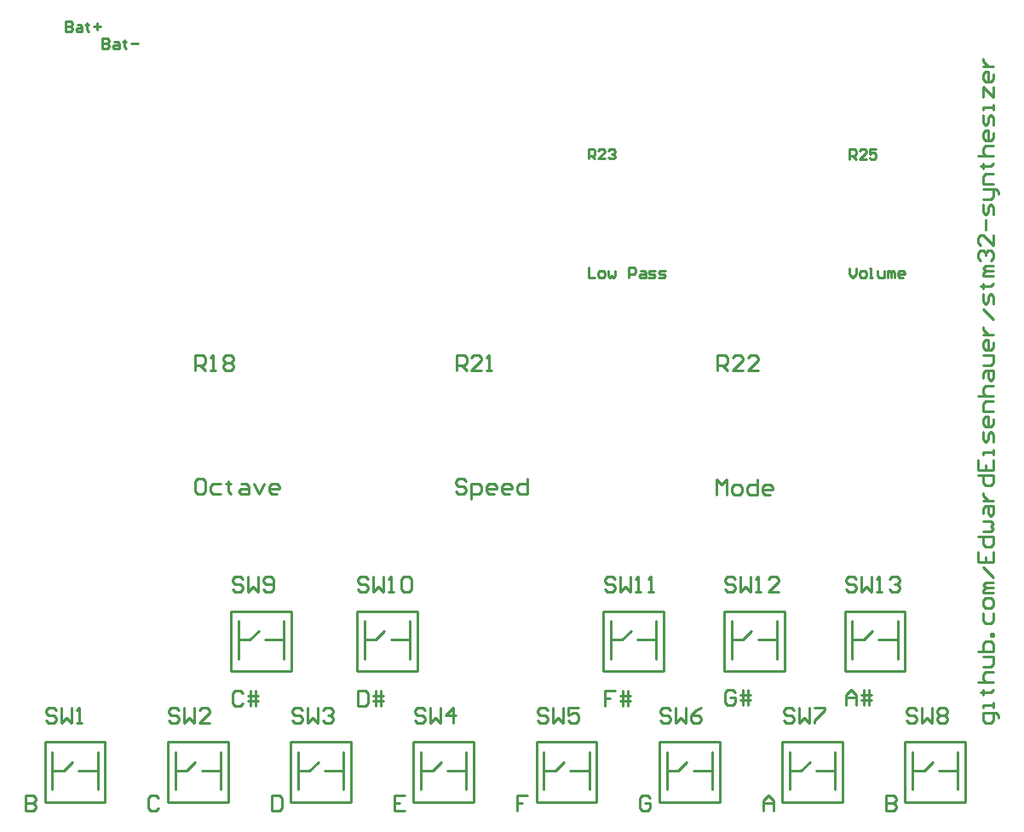
<source format=gto>
G04 Layer_Color=65535*
%FSLAX25Y25*%
%MOIN*%
G70*
G01*
G75*
%ADD10C,0.01000*%
D10*
X563484Y66437D02*
X570866D01*
X557579D02*
X561024Y69882D01*
X553150Y66437D02*
X557579D01*
X570866Y59055D02*
Y73819D01*
X553150Y59055D02*
Y73819D01*
X550197Y77756D02*
X573819D01*
Y54134D02*
Y77756D01*
X550197Y54134D02*
X573819D01*
X550197D02*
Y77756D01*
X539862Y117618D02*
X547244D01*
X533957D02*
X537402Y121063D01*
X529528Y117618D02*
X533957D01*
X547244Y110236D02*
Y125000D01*
X529528Y110236D02*
Y125000D01*
X526575Y128937D02*
X550197D01*
Y105315D02*
Y128937D01*
X526575Y105315D02*
X550197D01*
X526575D02*
Y128937D01*
X515396Y66437D02*
X522778D01*
X509491D02*
X512936Y69882D01*
X505062Y66437D02*
X509491D01*
X522778Y59055D02*
Y73819D01*
X505062Y59055D02*
Y73819D01*
X502109Y77756D02*
X525731D01*
Y54134D02*
Y77756D01*
X502109Y54134D02*
X525731D01*
X502109D02*
Y77756D01*
X492618Y117618D02*
X500000D01*
X486713D02*
X490157Y121063D01*
X482283Y117618D02*
X486713D01*
X500000Y110236D02*
Y125000D01*
X482283Y110236D02*
Y125000D01*
X479331Y128937D02*
X502953D01*
Y105315D02*
Y128937D01*
X479331Y105315D02*
X502953D01*
X479331D02*
Y128937D01*
X467309Y66437D02*
X474691D01*
X461403D02*
X464848Y69882D01*
X456974Y66437D02*
X461403D01*
X474691Y59055D02*
Y73819D01*
X456974Y59055D02*
Y73819D01*
X454021Y77756D02*
X477643D01*
Y54134D02*
Y77756D01*
X454021Y54134D02*
X477643D01*
X454021D02*
Y77756D01*
X445374Y117618D02*
X452756D01*
X439469D02*
X442913Y121063D01*
X435039Y117618D02*
X439469D01*
X452756Y110236D02*
Y125000D01*
X435039Y110236D02*
Y125000D01*
X432087Y128937D02*
X455709D01*
Y105315D02*
Y128937D01*
X432087Y105315D02*
X455709D01*
X432087D02*
Y128937D01*
X419221Y66437D02*
X426603D01*
X413315D02*
X416760Y69882D01*
X408886Y66437D02*
X413315D01*
X426603Y59055D02*
Y73819D01*
X408886Y59055D02*
Y73819D01*
X405934Y77756D02*
X429556D01*
Y54134D02*
Y77756D01*
X405934Y54134D02*
X429556D01*
X405934D02*
Y77756D01*
X371133Y66437D02*
X378515D01*
X365228D02*
X368673Y69882D01*
X360799Y66437D02*
X365228D01*
X378515Y59055D02*
Y73819D01*
X360799Y59055D02*
Y73819D01*
X357846Y77756D02*
X381468D01*
Y54134D02*
Y77756D01*
X357846Y54134D02*
X381468D01*
X357846D02*
Y77756D01*
X348917Y117618D02*
X356299D01*
X343012D02*
X346457Y121063D01*
X338583Y117618D02*
X343012D01*
X356299Y110236D02*
Y125000D01*
X338583Y110236D02*
Y125000D01*
X335630Y128937D02*
X359252D01*
Y105315D02*
Y128937D01*
X335630Y105315D02*
X359252D01*
X335630D02*
Y128937D01*
X323046Y66437D02*
X330427D01*
X317140D02*
X320585Y69882D01*
X312711Y66437D02*
X317140D01*
X330427Y59055D02*
Y73819D01*
X312711Y59055D02*
Y73819D01*
X309758Y77756D02*
X333380D01*
Y54134D02*
Y77756D01*
X309758Y54134D02*
X333380D01*
X309758D02*
Y77756D01*
X299705Y117618D02*
X307087D01*
X293799D02*
X297244Y121063D01*
X289370Y117618D02*
X293799D01*
X307087Y110236D02*
Y125000D01*
X289370Y110236D02*
Y125000D01*
X286417Y128937D02*
X310039D01*
Y105315D02*
Y128937D01*
X286417Y105315D02*
X310039D01*
X286417D02*
Y128937D01*
X274958Y66437D02*
X282340D01*
X269052D02*
X272497Y69882D01*
X264623Y66437D02*
X269052D01*
X282340Y59055D02*
Y73819D01*
X264623Y59055D02*
Y73819D01*
X261670Y77756D02*
X285292D01*
Y54134D02*
Y77756D01*
X261670Y54134D02*
X285292D01*
X261670D02*
Y77756D01*
X226870Y66437D02*
X234252D01*
X220965D02*
X224409Y69882D01*
X216535Y66437D02*
X220965D01*
X234252Y59055D02*
Y73819D01*
X216535Y59055D02*
Y73819D01*
X213583Y77756D02*
X237205D01*
Y54134D02*
Y77756D01*
X213583Y54134D02*
X237205D01*
X213583D02*
Y77756D01*
X275475Y180632D02*
X273476D01*
X272476Y179632D01*
Y175634D01*
X273476Y174634D01*
X275475D01*
X276475Y175634D01*
Y179632D01*
X275475Y180632D01*
X282473Y178633D02*
X279474D01*
X278474Y177633D01*
Y175634D01*
X279474Y174634D01*
X282473D01*
X285472Y179632D02*
Y178633D01*
X284472D01*
X286472D01*
X285472D01*
Y175634D01*
X286472Y174634D01*
X290471Y178633D02*
X292470D01*
X293470Y177633D01*
Y174634D01*
X290471D01*
X289471Y175634D01*
X290471Y176633D01*
X293470D01*
X295469Y178633D02*
X297468Y174634D01*
X299468Y178633D01*
X304466Y174634D02*
X302467D01*
X301467Y175634D01*
Y177633D01*
X302467Y178633D01*
X304466D01*
X305466Y177633D01*
Y176633D01*
X301467D01*
X272453Y223269D02*
Y229267D01*
X275453D01*
X276452Y228267D01*
Y226268D01*
X275453Y225268D01*
X272453D01*
X274453D02*
X276452Y223269D01*
X278452D02*
X280451D01*
X279451D01*
Y229267D01*
X278452Y228267D01*
X283450D02*
X284450Y229267D01*
X286449D01*
X287449Y228267D01*
Y227267D01*
X286449Y226268D01*
X287449Y225268D01*
Y224268D01*
X286449Y223269D01*
X284450D01*
X283450Y224268D01*
Y225268D01*
X284450Y226268D01*
X283450Y227267D01*
Y228267D01*
X284450Y226268D02*
X286449D01*
X378480Y179630D02*
X377480Y180630D01*
X375481D01*
X374481Y179630D01*
Y178630D01*
X375481Y177630D01*
X377480D01*
X378480Y176631D01*
Y175631D01*
X377480Y174632D01*
X375481D01*
X374481Y175631D01*
X380479Y172632D02*
Y178630D01*
X383478D01*
X384478Y177630D01*
Y175631D01*
X383478Y174632D01*
X380479D01*
X389476D02*
X387477D01*
X386477Y175631D01*
Y177630D01*
X387477Y178630D01*
X389476D01*
X390476Y177630D01*
Y176631D01*
X386477D01*
X395474Y174632D02*
X393475D01*
X392475Y175631D01*
Y177630D01*
X393475Y178630D01*
X395474D01*
X396474Y177630D01*
Y176631D01*
X392475D01*
X402472Y180630D02*
Y174632D01*
X399473D01*
X398473Y175631D01*
Y177630D01*
X399473Y178630D01*
X402472D01*
X374560Y223269D02*
Y229267D01*
X377559D01*
X378559Y228267D01*
Y226268D01*
X377559Y225268D01*
X374560D01*
X376559D02*
X378559Y223269D01*
X384557D02*
X380558D01*
X384557Y227267D01*
Y228267D01*
X383557Y229267D01*
X381558D01*
X380558Y228267D01*
X386556Y223269D02*
X388555D01*
X387556D01*
Y229267D01*
X386556Y228267D01*
X476548Y174598D02*
Y180596D01*
X478547Y178596D01*
X480547Y180596D01*
Y174598D01*
X483546D02*
X485545D01*
X486545Y175597D01*
Y177597D01*
X485545Y178596D01*
X483546D01*
X482546Y177597D01*
Y175597D01*
X483546Y174598D01*
X492543Y180596D02*
Y174598D01*
X489544D01*
X488544Y175597D01*
Y177597D01*
X489544Y178596D01*
X492543D01*
X497541Y174598D02*
X495542D01*
X494542Y175597D01*
Y177597D01*
X495542Y178596D01*
X497541D01*
X498541Y177597D01*
Y176597D01*
X494542D01*
X476566Y223269D02*
Y229267D01*
X479565D01*
X480565Y228267D01*
Y226268D01*
X479565Y225268D01*
X476566D01*
X478566D02*
X480565Y223269D01*
X486563D02*
X482564D01*
X486563Y227267D01*
Y228267D01*
X485563Y229267D01*
X483564D01*
X482564Y228267D01*
X492561Y223269D02*
X488562D01*
X492561Y227267D01*
Y228267D01*
X491561Y229267D01*
X489562D01*
X488562Y228267D01*
X206100Y56698D02*
Y50700D01*
X209099D01*
X210099Y51700D01*
Y52699D01*
X209099Y53699D01*
X206100D01*
X209099D01*
X210099Y54699D01*
Y55698D01*
X209099Y56698D01*
X206100D01*
X218099Y90098D02*
X217099Y91098D01*
X215100D01*
X214100Y90098D01*
Y89099D01*
X215100Y88099D01*
X217099D01*
X218099Y87099D01*
Y86100D01*
X217099Y85100D01*
X215100D01*
X214100Y86100D01*
X220098Y91098D02*
Y85100D01*
X222097Y87099D01*
X224097Y85100D01*
Y91098D01*
X226096Y85100D02*
X228096D01*
X227096D01*
Y91098D01*
X226096Y90098D01*
X258216Y55698D02*
X257217Y56698D01*
X255217D01*
X254218Y55698D01*
Y51700D01*
X255217Y50700D01*
X257217D01*
X258216Y51700D01*
X266216Y90098D02*
X265217Y91098D01*
X263217D01*
X262218Y90098D01*
Y89099D01*
X263217Y88099D01*
X265217D01*
X266216Y87099D01*
Y86100D01*
X265217Y85100D01*
X263217D01*
X262218Y86100D01*
X268216Y91098D02*
Y85100D01*
X270215Y87099D01*
X272214Y85100D01*
Y91098D01*
X278212Y85100D02*
X274214D01*
X278212Y89099D01*
Y90098D01*
X277213Y91098D01*
X275214D01*
X274214Y90098D01*
X290936Y96909D02*
X289936Y97909D01*
X287937D01*
X286937Y96909D01*
Y92911D01*
X287937Y91911D01*
X289936D01*
X290936Y92911D01*
X293935Y91911D02*
Y97909D01*
X295934D02*
Y91911D01*
X292935Y95910D02*
X295934D01*
X296934D01*
X292935Y93910D02*
X296934D01*
X290899Y141298D02*
X289899Y142298D01*
X287900D01*
X286900Y141298D01*
Y140299D01*
X287900Y139299D01*
X289899D01*
X290899Y138299D01*
Y137300D01*
X289899Y136300D01*
X287900D01*
X286900Y137300D01*
X292898Y142298D02*
Y136300D01*
X294897Y138299D01*
X296897Y136300D01*
Y142298D01*
X298896Y137300D02*
X299896Y136300D01*
X301895D01*
X302895Y137300D01*
Y141298D01*
X301895Y142298D01*
X299896D01*
X298896Y141298D01*
Y140299D01*
X299896Y139299D01*
X302895D01*
X302235Y56698D02*
Y50700D01*
X305234D01*
X306234Y51700D01*
Y55698D01*
X305234Y56698D01*
X302235D01*
X314299Y90098D02*
X313299Y91098D01*
X311300D01*
X310300Y90098D01*
Y89099D01*
X311300Y88099D01*
X313299D01*
X314299Y87099D01*
Y86100D01*
X313299Y85100D01*
X311300D01*
X310300Y86100D01*
X316298Y91098D02*
Y85100D01*
X318297Y87099D01*
X320297Y85100D01*
Y91098D01*
X322296Y90098D02*
X323296Y91098D01*
X325295D01*
X326295Y90098D01*
Y89099D01*
X325295Y88099D01*
X324295D01*
X325295D01*
X326295Y87099D01*
Y86100D01*
X325295Y85100D01*
X323296D01*
X322296Y86100D01*
X336111Y97909D02*
Y91911D01*
X339110D01*
X340110Y92911D01*
Y96909D01*
X339110Y97909D01*
X336111D01*
X343109Y91911D02*
Y97909D01*
X345108D02*
Y91911D01*
X342109Y95910D02*
X345108D01*
X346108D01*
X342109Y93910D02*
X346108D01*
X340099Y141298D02*
X339099Y142298D01*
X337100D01*
X336100Y141298D01*
Y140299D01*
X337100Y139299D01*
X339099D01*
X340099Y138299D01*
Y137300D01*
X339099Y136300D01*
X337100D01*
X336100Y137300D01*
X342098Y142298D02*
Y136300D01*
X344097Y138299D01*
X346097Y136300D01*
Y142298D01*
X348096Y136300D02*
X350096D01*
X349096D01*
Y142298D01*
X348096Y141298D01*
X353095D02*
X354094Y142298D01*
X356094D01*
X357093Y141298D01*
Y137300D01*
X356094Y136300D01*
X354094D01*
X353095Y137300D01*
Y141298D01*
X354352Y56698D02*
X350353D01*
Y50700D01*
X354352D01*
X350353Y53699D02*
X352352D01*
X362299Y90098D02*
X361299Y91098D01*
X359300D01*
X358300Y90098D01*
Y89099D01*
X359300Y88099D01*
X361299D01*
X362299Y87099D01*
Y86100D01*
X361299Y85100D01*
X359300D01*
X358300Y86100D01*
X364298Y91098D02*
Y85100D01*
X366297Y87099D01*
X368297Y85100D01*
Y91098D01*
X373295Y85100D02*
Y91098D01*
X370296Y88099D01*
X374295D01*
X402401Y56698D02*
X398402D01*
Y53699D01*
X400401D01*
X398402D01*
Y50700D01*
X410399Y90098D02*
X409399Y91098D01*
X407400D01*
X406400Y90098D01*
Y89099D01*
X407400Y88099D01*
X409399D01*
X410399Y87099D01*
Y86100D01*
X409399Y85100D01*
X407400D01*
X406400Y86100D01*
X412398Y91098D02*
Y85100D01*
X414397Y87099D01*
X416397Y85100D01*
Y91098D01*
X422395D02*
X418396D01*
Y88099D01*
X420396Y89099D01*
X421395D01*
X422395Y88099D01*
Y86100D01*
X421395Y85100D01*
X419396D01*
X418396Y86100D01*
X436569Y97909D02*
X432570D01*
Y94910D01*
X434569D01*
X432570D01*
Y91911D01*
X439568D02*
Y97909D01*
X441567D02*
Y91911D01*
X438568Y95910D02*
X441567D01*
X442567D01*
X438568Y93910D02*
X442567D01*
X436599Y141298D02*
X435599Y142298D01*
X433600D01*
X432600Y141298D01*
Y140299D01*
X433600Y139299D01*
X435599D01*
X436599Y138299D01*
Y137300D01*
X435599Y136300D01*
X433600D01*
X432600Y137300D01*
X438598Y142298D02*
Y136300D01*
X440597Y138299D01*
X442597Y136300D01*
Y142298D01*
X444596Y136300D02*
X446595D01*
X445596D01*
Y142298D01*
X444596Y141298D01*
X449594Y136300D02*
X451594D01*
X450594D01*
Y142298D01*
X449594Y141298D01*
X450533Y55728D02*
X449534Y56728D01*
X447534D01*
X446535Y55728D01*
Y51730D01*
X447534Y50730D01*
X449534D01*
X450533Y51730D01*
Y53729D01*
X448534D01*
X458499Y90098D02*
X457499Y91098D01*
X455500D01*
X454500Y90098D01*
Y89099D01*
X455500Y88099D01*
X457499D01*
X458499Y87099D01*
Y86100D01*
X457499Y85100D01*
X455500D01*
X454500Y86100D01*
X460498Y91098D02*
Y85100D01*
X462497Y87099D01*
X464497Y85100D01*
Y91098D01*
X470495D02*
X468496Y90098D01*
X466496Y88099D01*
Y86100D01*
X467496Y85100D01*
X469495D01*
X470495Y86100D01*
Y87099D01*
X469495Y88099D01*
X466496D01*
X483786Y96979D02*
X482786Y97979D01*
X480787D01*
X479787Y96979D01*
Y92981D01*
X480787Y91981D01*
X482786D01*
X483786Y92981D01*
Y94980D01*
X481787D01*
X486785Y91981D02*
Y97979D01*
X488785D02*
Y91981D01*
X485785Y95980D02*
X488785D01*
X489784D01*
X485785Y93980D02*
X489784D01*
X483799Y141298D02*
X482799Y142298D01*
X480800D01*
X479800Y141298D01*
Y140299D01*
X480800Y139299D01*
X482799D01*
X483799Y138299D01*
Y137300D01*
X482799Y136300D01*
X480800D01*
X479800Y137300D01*
X485798Y142298D02*
Y136300D01*
X487797Y138299D01*
X489797Y136300D01*
Y142298D01*
X491796Y136300D02*
X493795D01*
X492796D01*
Y142298D01*
X491796Y141298D01*
X500793Y136300D02*
X496795D01*
X500793Y140299D01*
Y141298D01*
X499793Y142298D01*
X497794D01*
X496795Y141298D01*
X494652Y50730D02*
Y54729D01*
X496652Y56728D01*
X498651Y54729D01*
Y50730D01*
Y53729D01*
X494652D01*
X506599Y90130D02*
X505599Y91130D01*
X503600D01*
X502600Y90130D01*
Y89130D01*
X503600Y88130D01*
X505599D01*
X506599Y87131D01*
Y86131D01*
X505599Y85132D01*
X503600D01*
X502600Y86131D01*
X508598Y91130D02*
Y85132D01*
X510597Y87131D01*
X512597Y85132D01*
Y91130D01*
X514596D02*
X518595D01*
Y90130D01*
X514596Y86131D01*
Y85132D01*
X527055Y91981D02*
Y95980D01*
X529054Y97979D01*
X531053Y95980D01*
Y91981D01*
Y94980D01*
X527055D01*
X534053Y91981D02*
Y97979D01*
X536052D02*
Y91981D01*
X533053Y95980D02*
X536052D01*
X537051D01*
X533053Y93980D02*
X537051D01*
X531053Y141279D02*
X530054Y142279D01*
X528054D01*
X527055Y141279D01*
Y140280D01*
X528054Y139280D01*
X530054D01*
X531053Y138280D01*
Y137281D01*
X530054Y136281D01*
X528054D01*
X527055Y137281D01*
X533053Y142279D02*
Y136281D01*
X535052Y138280D01*
X537051Y136281D01*
Y142279D01*
X539051Y136281D02*
X541050D01*
X540051D01*
Y142279D01*
X539051Y141279D01*
X544049D02*
X545049Y142279D01*
X547048D01*
X548048Y141279D01*
Y140280D01*
X547048Y139280D01*
X546049D01*
X547048D01*
X548048Y138280D01*
Y137281D01*
X547048Y136281D01*
X545049D01*
X544049Y137281D01*
X542700Y56698D02*
Y50700D01*
X545699D01*
X546699Y51700D01*
Y52699D01*
X545699Y53699D01*
X542700D01*
X545699D01*
X546699Y54699D01*
Y55698D01*
X545699Y56698D01*
X542700D01*
X554699Y90098D02*
X553699Y91098D01*
X551700D01*
X550700Y90098D01*
Y89099D01*
X551700Y88099D01*
X553699D01*
X554699Y87099D01*
Y86100D01*
X553699Y85100D01*
X551700D01*
X550700Y86100D01*
X556698Y91098D02*
Y85100D01*
X558697Y87099D01*
X560697Y85100D01*
Y91098D01*
X562696Y90098D02*
X563696Y91098D01*
X565695D01*
X566695Y90098D01*
Y89099D01*
X565695Y88099D01*
X566695Y87099D01*
Y86100D01*
X565695Y85100D01*
X563696D01*
X562696Y86100D01*
Y87099D01*
X563696Y88099D01*
X562696Y89099D01*
Y90098D01*
X563696Y88099D02*
X565695D01*
X221654Y359841D02*
Y355906D01*
X223621D01*
X224277Y356561D01*
Y357217D01*
X223621Y357873D01*
X221654D01*
X223621D01*
X224277Y358529D01*
Y359185D01*
X223621Y359841D01*
X221654D01*
X226245Y358529D02*
X227557D01*
X228213Y357873D01*
Y355906D01*
X226245D01*
X225589Y356561D01*
X226245Y357217D01*
X228213D01*
X230181Y359185D02*
Y358529D01*
X229525D01*
X230837D01*
X230181D01*
Y356561D01*
X230837Y355906D01*
X232805Y357873D02*
X235429D01*
X234117Y359185D02*
Y356561D01*
X236221Y353148D02*
Y349213D01*
X238188D01*
X238844Y349869D01*
Y350524D01*
X238188Y351181D01*
X236221D01*
X238188D01*
X238844Y351836D01*
Y352492D01*
X238188Y353148D01*
X236221D01*
X240812Y351836D02*
X242124D01*
X242780Y351181D01*
Y349213D01*
X240812D01*
X240156Y349869D01*
X240812Y350524D01*
X242780D01*
X244748Y352492D02*
Y351836D01*
X244092D01*
X245404D01*
X244748D01*
Y349869D01*
X245404Y349213D01*
X247372Y351181D02*
X249996D01*
X528364Y263256D02*
Y260632D01*
X529676Y259320D01*
X530988Y260632D01*
Y263256D01*
X532956Y259320D02*
X534267D01*
X534923Y259976D01*
Y261288D01*
X534267Y261944D01*
X532956D01*
X532300Y261288D01*
Y259976D01*
X532956Y259320D01*
X536235D02*
X537547D01*
X536891D01*
Y263256D01*
X536235D01*
X539515Y261944D02*
Y259976D01*
X540171Y259320D01*
X542139D01*
Y261944D01*
X543451Y259320D02*
Y261944D01*
X544107D01*
X544763Y261288D01*
Y259320D01*
Y261288D01*
X545419Y261944D01*
X546075Y261288D01*
Y259320D01*
X549354D02*
X548042D01*
X547387Y259976D01*
Y261288D01*
X548042Y261944D01*
X549354D01*
X550010Y261288D01*
Y260632D01*
X547387D01*
X528364Y305921D02*
Y309856D01*
X530332D01*
X530988Y309200D01*
Y307888D01*
X530332Y307232D01*
X528364D01*
X529676D02*
X530988Y305921D01*
X534923D02*
X532300D01*
X534923Y308544D01*
Y309200D01*
X534267Y309856D01*
X532956D01*
X532300Y309200D01*
X538859Y309856D02*
X536235D01*
Y307888D01*
X537547Y308544D01*
X538203D01*
X538859Y307888D01*
Y306576D01*
X538203Y305921D01*
X536891D01*
X536235Y306576D01*
X426263Y263288D02*
Y259352D01*
X428887D01*
X430855D02*
X432167D01*
X432823Y260008D01*
Y261320D01*
X432167Y261976D01*
X430855D01*
X430199Y261320D01*
Y260008D01*
X430855Y259352D01*
X434134Y261976D02*
Y260008D01*
X434790Y259352D01*
X435446Y260008D01*
X436102Y259352D01*
X436758Y260008D01*
Y261976D01*
X442006Y259352D02*
Y263288D01*
X443974D01*
X444630Y262632D01*
Y261320D01*
X443974Y260664D01*
X442006D01*
X446598Y261976D02*
X447910D01*
X448565Y261320D01*
Y259352D01*
X446598D01*
X445942Y260008D01*
X446598Y260664D01*
X448565D01*
X449877Y259352D02*
X451845D01*
X452501Y260008D01*
X451845Y260664D01*
X450533D01*
X449877Y261320D01*
X450533Y261976D01*
X452501D01*
X453813Y259352D02*
X455781D01*
X456437Y260008D01*
X455781Y260664D01*
X454469D01*
X453813Y261320D01*
X454469Y261976D01*
X456437D01*
X426263Y305952D02*
Y309888D01*
X428231D01*
X428887Y309232D01*
Y307920D01*
X428231Y307264D01*
X426263D01*
X427575D02*
X428887Y305952D01*
X432823D02*
X430199D01*
X432823Y308576D01*
Y309232D01*
X432167Y309888D01*
X430855D01*
X430199Y309232D01*
X434134D02*
X434790Y309888D01*
X436102D01*
X436758Y309232D01*
Y308576D01*
X436102Y307920D01*
X435446D01*
X436102D01*
X436758Y307264D01*
Y306608D01*
X436102Y305952D01*
X434790D01*
X434134Y306608D01*
X586645Y87039D02*
Y88038D01*
X585645Y89038D01*
X580647D01*
Y86039D01*
X581647Y85039D01*
X583646D01*
X584646Y86039D01*
Y89038D01*
Y91037D02*
Y93037D01*
Y92037D01*
X580647D01*
Y91037D01*
X579647Y97035D02*
X580647D01*
Y96036D01*
Y98035D01*
Y97035D01*
X583646D01*
X584646Y98035D01*
X578648Y101034D02*
X584646D01*
X581647D01*
X580647Y102034D01*
Y104033D01*
X581647Y105033D01*
X584646D01*
X580647Y107032D02*
X583646D01*
X584646Y108032D01*
Y111031D01*
X580647D01*
X578648Y113030D02*
X584646D01*
Y116029D01*
X583646Y117029D01*
X582646D01*
X581647D01*
X580647Y116029D01*
Y113030D01*
X584646Y119028D02*
X583646D01*
Y120028D01*
X584646D01*
Y119028D01*
X580647Y128025D02*
Y125026D01*
X581647Y124027D01*
X583646D01*
X584646Y125026D01*
Y128025D01*
Y131025D02*
Y133024D01*
X583646Y134023D01*
X581647D01*
X580647Y133024D01*
Y131025D01*
X581647Y130025D01*
X583646D01*
X584646Y131025D01*
Y136023D02*
X580647D01*
Y137023D01*
X581647Y138022D01*
X584646D01*
X581647D01*
X580647Y139022D01*
X581647Y140022D01*
X584646D01*
Y142021D02*
X580647Y146020D01*
X578648Y152018D02*
Y148019D01*
X584646D01*
Y152018D01*
X581647Y148019D02*
Y150018D01*
X578648Y158016D02*
X584646D01*
Y155017D01*
X583646Y154017D01*
X581647D01*
X580647Y155017D01*
Y158016D01*
Y160015D02*
X583646D01*
X584646Y161015D01*
X583646Y162014D01*
X584646Y163014D01*
X583646Y164014D01*
X580647D01*
Y167013D02*
Y169012D01*
X581647Y170012D01*
X584646D01*
Y167013D01*
X583646Y166013D01*
X582646Y167013D01*
Y170012D01*
X580647Y172011D02*
X584646D01*
X582646D01*
X581647Y173011D01*
X580647Y174011D01*
Y175010D01*
X578648Y182008D02*
X584646D01*
Y179009D01*
X583646Y178009D01*
X581647D01*
X580647Y179009D01*
Y182008D01*
X578648Y188006D02*
Y184007D01*
X584646D01*
Y188006D01*
X581647Y184007D02*
Y186007D01*
X584646Y190005D02*
Y192005D01*
Y191005D01*
X580647D01*
Y190005D01*
X584646Y195004D02*
Y198003D01*
X583646Y199003D01*
X582646Y198003D01*
Y196003D01*
X581647Y195004D01*
X580647Y196003D01*
Y199003D01*
X584646Y204001D02*
Y202002D01*
X583646Y201002D01*
X581647D01*
X580647Y202002D01*
Y204001D01*
X581647Y205001D01*
X582646D01*
Y201002D01*
X584646Y207000D02*
X580647D01*
Y209999D01*
X581647Y210999D01*
X584646D01*
X578648Y212998D02*
X584646D01*
X581647D01*
X580647Y213998D01*
Y215997D01*
X581647Y216997D01*
X584646D01*
X580647Y219996D02*
Y221995D01*
X581647Y222995D01*
X584646D01*
Y219996D01*
X583646Y218996D01*
X582646Y219996D01*
Y222995D01*
X580647Y224994D02*
X583646D01*
X584646Y225994D01*
Y228993D01*
X580647D01*
X584646Y233991D02*
Y231992D01*
X583646Y230992D01*
X581647D01*
X580647Y231992D01*
Y233991D01*
X581647Y234991D01*
X582646D01*
Y230992D01*
X580647Y236990D02*
X584646D01*
X582646D01*
X581647Y237990D01*
X580647Y238990D01*
Y239989D01*
X584646Y242988D02*
X580647Y246987D01*
X584646Y248986D02*
Y251985D01*
X583646Y252985D01*
X582646Y251985D01*
Y249986D01*
X581647Y248986D01*
X580647Y249986D01*
Y252985D01*
X579647Y255984D02*
X580647D01*
Y254984D01*
Y256984D01*
Y255984D01*
X583646D01*
X584646Y256984D01*
Y259983D02*
X580647D01*
Y260982D01*
X581647Y261982D01*
X584646D01*
X581647D01*
X580647Y262982D01*
X581647Y263982D01*
X584646D01*
X579647Y265981D02*
X578648Y266981D01*
Y268980D01*
X579647Y269980D01*
X580647D01*
X581647Y268980D01*
Y267980D01*
Y268980D01*
X582646Y269980D01*
X583646D01*
X584646Y268980D01*
Y266981D01*
X583646Y265981D01*
X584646Y275978D02*
Y271979D01*
X580647Y275978D01*
X579647D01*
X578648Y274978D01*
Y272979D01*
X579647Y271979D01*
X581647Y277977D02*
Y281976D01*
X584646Y283975D02*
Y286974D01*
X583646Y287974D01*
X582646Y286974D01*
Y284975D01*
X581647Y283975D01*
X580647Y284975D01*
Y287974D01*
Y289973D02*
X583646D01*
X584646Y290973D01*
Y293972D01*
X585645D01*
X586645Y292972D01*
Y291972D01*
X584646Y293972D02*
X580647D01*
X584646Y295971D02*
X580647D01*
Y298970D01*
X581647Y299970D01*
X584646D01*
X579647Y302969D02*
X580647D01*
Y301969D01*
Y303969D01*
Y302969D01*
X583646D01*
X584646Y303969D01*
X578648Y306968D02*
X584646D01*
X581647D01*
X580647Y307967D01*
Y309967D01*
X581647Y310966D01*
X584646D01*
Y315965D02*
Y313965D01*
X583646Y312966D01*
X581647D01*
X580647Y313965D01*
Y315965D01*
X581647Y316964D01*
X582646D01*
Y312966D01*
X584646Y318964D02*
Y321963D01*
X583646Y322962D01*
X582646Y321963D01*
Y319963D01*
X581647Y318964D01*
X580647Y319963D01*
Y322962D01*
X584646Y324962D02*
Y326961D01*
Y325961D01*
X580647D01*
Y324962D01*
Y329960D02*
Y333959D01*
X584646Y329960D01*
Y333959D01*
Y338957D02*
Y336958D01*
X583646Y335958D01*
X581647D01*
X580647Y336958D01*
Y338957D01*
X581647Y339957D01*
X582646D01*
Y335958D01*
X580647Y341956D02*
X584646D01*
X582646D01*
X581647Y342956D01*
X580647Y343956D01*
Y344955D01*
M02*

</source>
